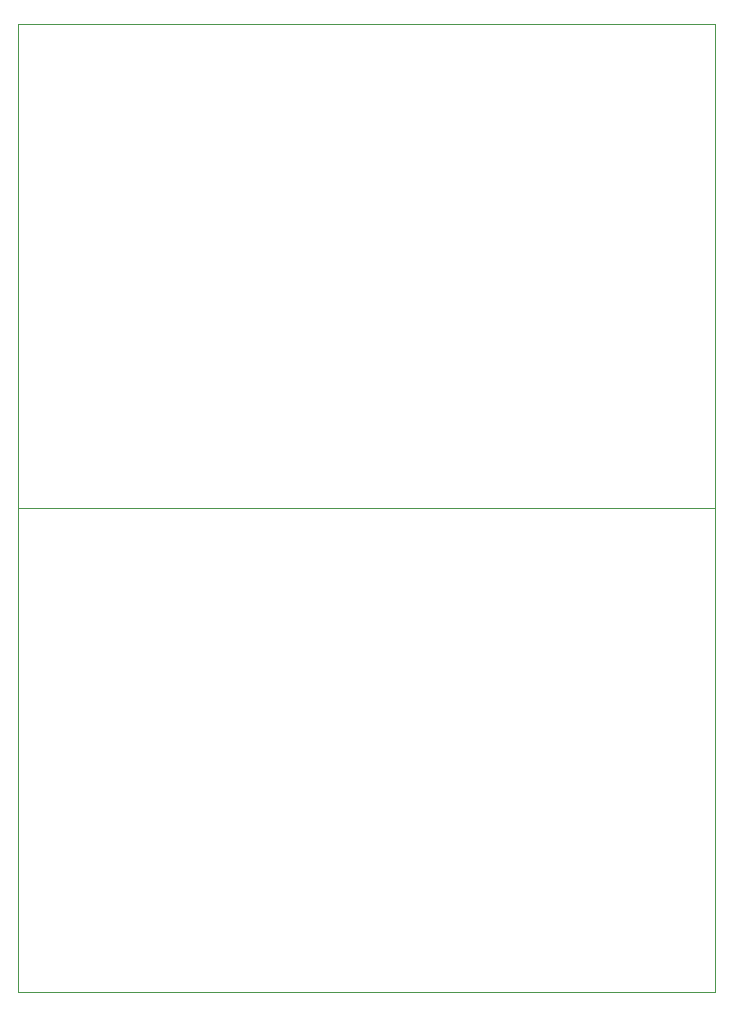
<source format=gbr>
G04 #@! TF.GenerationSoftware,KiCad,Pcbnew,5.1.5+dfsg1-2build2*
G04 #@! TF.CreationDate,2021-12-08T00:06:32-05:00*
G04 #@! TF.ProjectId,,58585858-5858-4585-9858-585858585858,rev?*
G04 #@! TF.SameCoordinates,Original*
G04 #@! TF.FileFunction,Profile,NP*
%FSLAX46Y46*%
G04 Gerber Fmt 4.6, Leading zero omitted, Abs format (unit mm)*
G04 Created by KiCad (PCBNEW 5.1.5+dfsg1-2build2) date 2021-12-08 00:06:32*
%MOMM*%
%LPD*%
G04 APERTURE LIST*
%ADD10C,0.050000*%
G04 APERTURE END LIST*
D10*
X101816100Y-77449200D02*
X160816100Y-77449200D01*
X101816100Y-118449200D02*
X160816100Y-118449200D01*
X101816100Y-77449200D02*
X101816100Y-118449200D01*
X160816100Y-77449200D02*
X160816100Y-118449200D01*
X160816100Y-36449200D02*
X160816100Y-77449200D01*
X101816100Y-36449200D02*
X101816100Y-77449200D01*
X101816100Y-77449200D02*
X160816100Y-77449200D01*
X101816100Y-36449200D02*
X160816100Y-36449200D01*
M02*

</source>
